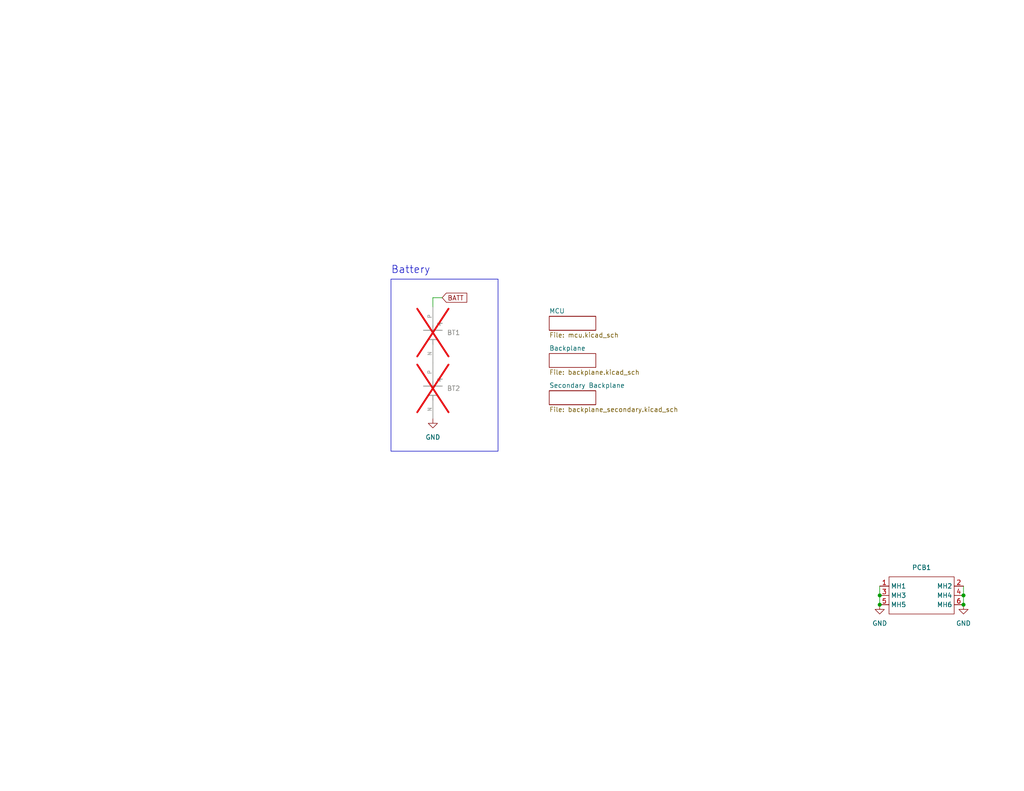
<source format=kicad_sch>
(kicad_sch (version 20230121) (generator eeschema)
  (paper "USLetter")
  (lib_symbols
    (symbol "TVSC:Interior_Side_Panel_PCB" (in_bom no)
      (property "Reference" "PCB" (at 0 0 0))
      (symbol "Interior_Side_Panel_PCB_0_1"
        (rectangle (start -8.89 5.08) (end 8.89 -5.08))
      )
      (symbol "Interior_Side_Panel_PCB_1_1"
        (pin power_in line (at -11.43 2.54 0) (length 2.54) (name "MH1") (number "1"))
        (pin power_in line (at 11.43 2.54 180) (length 2.54) (name "MH2") (number "2"))
        (pin power_in line (at -11.43 0 0) (length 2.54) (name "MH3") (number "3"))
        (pin power_in line (at 11.43 0 180) (length 2.54) (name "MH4") (number "4"))
        (pin power_in line (at -11.43 -2.54 0) (length 2.54) (name "MH5") (number "5"))
        (pin power_in line (at 11.43 -2.54 180) (length 2.54) (name "MH6") (number "6"))
      )
    )
    (symbol "TVSC:Keystone_1043" (pin_names (offset 1.016))
      (property "Reference" "BT" (at -3.81 3.81 0))
      (symbol "Keystone_1043_0_0"
        (polyline (pts (xy -3.81 1.905) (xy -2.54 1.905)) (stroke (width 0.254)))
        (polyline (pts (xy -3.175 2.54) (xy -3.175 1.27)) (stroke (width 0.254)))
        (polyline (pts (xy -1.27 0) (xy -2.54 0)) (stroke (width 0.254)))
        (polyline (pts (xy -1.27 0) (xy -1.27 -2.54)) (stroke (width 0.254)))
        (polyline (pts (xy -1.27 2.54) (xy -1.27 0)) (stroke (width 0.254)))
        (polyline (pts (xy 1.27 0) (xy 1.27 -1.27)) (stroke (width 0.254)))
        (polyline (pts (xy 1.27 0) (xy 2.54 0)) (stroke (width 0.254)))
        (polyline (pts (xy 1.27 1.27) (xy 1.27 0)) (stroke (width 0.254)))
        (pin passive line (at 7.62 0 180) (length 5.08) (name "~") (number "N"))
        (pin passive line (at -7.62 0 0) (length 5.08) (name "~") (number "P"))
      )
    )
    (symbol "power:GND" (power) (pin_names (offset 0))
      (property "Value" "GND" (at 0 -3.81 0))
      (symbol "GND_0_1"
        (polyline (pts (xy 0 0) (xy 0 -1.27) (xy 1.27 -1.27) (xy 0 -2.54) (xy -1.27 -1.27) (xy 0 -1.27)))
      )
      (symbol "GND_1_1"
        (pin power_in line (at 0 0 270) (length 0) hide (name "GND") (number "1"))
      )
    )
  )
  (junction (at 262.89 162.56))
  (junction (at 262.89 165.1))
  (junction (at 240.03 165.1))
  (junction (at 240.03 162.56))
  (wire (pts (xy 118.11 81.28) (xy 120.65 81.28)))
  (wire (pts (xy 118.11 83.82) (xy 118.11 81.28)))
  (wire (pts (xy 262.89 160.02) (xy 262.89 162.56)))
  (wire (pts (xy 240.03 160.02) (xy 240.03 162.56)))
  (wire (pts (xy 262.89 162.56) (xy 262.89 165.1)))
  (wire (pts (xy 240.03 162.56) (xy 240.03 165.1)))
  (rectangle (start 106.68 76.2) (end 135.89 123.19))
  (text "Battery" (at 106.68 74.93 0) (effects (font (size 2 2)) (justify left bottom)))
  (global_label "BATT" (shape input) (at 120.65 81.28 0) (property "Intersheetrefs" "${INTERSHEET_REFS}" (effects hide)))
  (symbol (lib_id "power:GND") (at 118.11 114.3 0) (unit 1)
    (property "Reference" "#PWR01" (effects hide))
    (property "Value" "GND" (at 118.11 119.38 0))
  )
  (symbol (lib_id "power:GND") (at 240.03 165.1 0) (unit 1)
    (property "Reference" "#PWR02" (effects hide))
    (property "Value" "GND" (at 240.03 170.18 0))
  )
  (symbol (lib_id "TVSC:Keystone_1043") (at 118.11 91.44 270) (unit 1) (dnp yes)
    (property "Reference" "BT1" (at 121.92 90.805 90) (effects (justify left)))
    (property "Value" "Keystone_1043" (effects hide))
    (property "Footprint" "footprints:BAT_1043" (effects hide))
    (property "Manufacturer" "Keystone" (effects hide))
    (property "Manufacturer Part Number" "1043" (effects hide))
    (property "MPN" "C5355143" (effects hide))
    (property "Active" "Y" (effects hide))
  )
  (symbol (lib_id "power:GND") (at 262.89 165.1 0) (unit 1)
    (property "Reference" "#PWR03" (effects hide))
    (property "Value" "GND" (at 262.89 170.18 0))
  )
  (symbol (lib_id "TVSC:Interior_Side_Panel_PCB") (at 251.46 162.56 0) (unit 1) (in_bom no)
    (property "Reference" "PCB1" (at 251.46 154.94 0))
    (property "Footprint" "footprints:Interior_Side_Panel_PCB_Shape" (effects hide))
  )
  (symbol (lib_id "TVSC:Keystone_1043") (at 118.11 106.68 270) (unit 1) (dnp yes)
    (property "Reference" "BT2" (at 121.92 106.045 90) (effects (justify left)))
    (property "Value" "Keystone_1043" (effects hide))
    (property "Footprint" "footprints:BAT_1043" (effects hide))
    (property "Manufacturer" "Keystone" (effects hide))
    (property "Manufacturer Part Number" "1043" (effects hide))
    (property "MPN" "C5355143" (effects hide))
    (property "Active" "Y" (effects hide))
  )
  (sheet (at 149.86 96.52) (size 12.7 3.81) (stroke (width 0.1524))
    (property "Sheetname" "Backplane" (at 149.86 95.8084 0) (effects (justify left bottom)))
    (property "Sheetfile" "backplane.kicad_sch" (at 149.86 100.9146 0) (effects (justify left top)))
  )
  (sheet (at 149.86 86.36) (size 12.7 3.81) (stroke (width 0.1524))
    (property "Sheetname" "MCU" (at 149.86 85.6484 0) (effects (justify left bottom)))
    (property "Sheetfile" "mcu.kicad_sch" (at 149.86 90.7546 0) (effects (justify left top)))
  )
  (sheet (at 149.86 106.68) (size 12.7 3.81) (stroke (width 0.1524))
    (property "Sheetname" "Secondary Backplane" (at 149.86 105.9684 0) (effects (justify left bottom)))
    (property "Sheetfile" "backplane_secondary.kicad_sch" (at 149.86 111.0746 0) (effects (justify left top)))
  )
)
</source>
